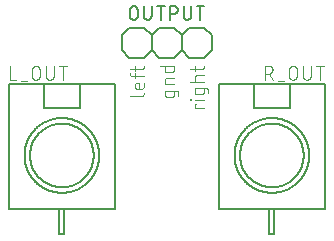
<source format=gto>
G04 EAGLE Gerber RS-274X export*
G75*
%MOMM*%
%FSLAX34Y34*%
%LPD*%
%INSilkscreen Top*%
%IPPOS*%
%AMOC8*
5,1,8,0,0,1.08239X$1,22.5*%
G01*
%ADD10C,0.101600*%
%ADD11C,0.152400*%
%ADD12C,0.127000*%


D10*
X108458Y139335D02*
X118195Y139335D01*
X118195Y139336D02*
X118282Y139338D01*
X118370Y139344D01*
X118456Y139354D01*
X118543Y139367D01*
X118628Y139385D01*
X118713Y139406D01*
X118797Y139431D01*
X118879Y139460D01*
X118960Y139493D01*
X119040Y139529D01*
X119118Y139568D01*
X119194Y139612D01*
X119268Y139658D01*
X119339Y139708D01*
X119409Y139761D01*
X119476Y139817D01*
X119540Y139876D01*
X119602Y139938D01*
X119661Y140002D01*
X119717Y140069D01*
X119770Y140139D01*
X119820Y140210D01*
X119866Y140284D01*
X119910Y140360D01*
X119949Y140438D01*
X119985Y140518D01*
X120018Y140599D01*
X120047Y140681D01*
X120072Y140765D01*
X120093Y140850D01*
X120111Y140935D01*
X120124Y141022D01*
X120134Y141108D01*
X120140Y141196D01*
X120142Y141283D01*
X120142Y147229D02*
X120142Y150475D01*
X120142Y147229D02*
X120140Y147142D01*
X120134Y147054D01*
X120124Y146968D01*
X120111Y146881D01*
X120093Y146796D01*
X120072Y146711D01*
X120047Y146627D01*
X120018Y146545D01*
X119985Y146464D01*
X119949Y146384D01*
X119910Y146306D01*
X119866Y146230D01*
X119820Y146156D01*
X119770Y146085D01*
X119717Y146015D01*
X119661Y145948D01*
X119602Y145884D01*
X119540Y145822D01*
X119476Y145763D01*
X119409Y145707D01*
X119339Y145654D01*
X119268Y145604D01*
X119194Y145558D01*
X119118Y145514D01*
X119040Y145475D01*
X118960Y145439D01*
X118879Y145406D01*
X118797Y145377D01*
X118713Y145352D01*
X118628Y145331D01*
X118543Y145313D01*
X118456Y145300D01*
X118370Y145290D01*
X118282Y145284D01*
X118195Y145282D01*
X114949Y145282D01*
X114848Y145284D01*
X114748Y145290D01*
X114648Y145300D01*
X114548Y145313D01*
X114449Y145331D01*
X114350Y145352D01*
X114253Y145377D01*
X114156Y145406D01*
X114061Y145439D01*
X113967Y145475D01*
X113875Y145515D01*
X113784Y145558D01*
X113695Y145605D01*
X113608Y145655D01*
X113522Y145709D01*
X113439Y145766D01*
X113359Y145826D01*
X113280Y145889D01*
X113204Y145956D01*
X113131Y146025D01*
X113061Y146097D01*
X112993Y146171D01*
X112928Y146248D01*
X112867Y146328D01*
X112808Y146410D01*
X112753Y146494D01*
X112701Y146580D01*
X112652Y146668D01*
X112607Y146758D01*
X112565Y146850D01*
X112527Y146943D01*
X112493Y147038D01*
X112462Y147133D01*
X112435Y147230D01*
X112412Y147328D01*
X112392Y147427D01*
X112377Y147527D01*
X112365Y147627D01*
X112357Y147727D01*
X112353Y147828D01*
X112353Y147928D01*
X112357Y148029D01*
X112365Y148129D01*
X112377Y148229D01*
X112392Y148329D01*
X112412Y148428D01*
X112435Y148526D01*
X112462Y148623D01*
X112493Y148718D01*
X112527Y148813D01*
X112565Y148906D01*
X112607Y148998D01*
X112652Y149088D01*
X112701Y149176D01*
X112753Y149262D01*
X112808Y149346D01*
X112867Y149428D01*
X112928Y149508D01*
X112993Y149585D01*
X113061Y149659D01*
X113131Y149731D01*
X113204Y149800D01*
X113280Y149867D01*
X113359Y149930D01*
X113439Y149990D01*
X113522Y150047D01*
X113608Y150101D01*
X113695Y150151D01*
X113784Y150198D01*
X113875Y150241D01*
X113967Y150281D01*
X114061Y150317D01*
X114156Y150350D01*
X114253Y150379D01*
X114350Y150404D01*
X114449Y150425D01*
X114548Y150443D01*
X114648Y150456D01*
X114748Y150466D01*
X114848Y150472D01*
X114949Y150474D01*
X114949Y150475D02*
X116247Y150475D01*
X116247Y145282D01*
X120142Y155814D02*
X110405Y155814D01*
X110405Y155815D02*
X110318Y155817D01*
X110230Y155823D01*
X110144Y155833D01*
X110057Y155846D01*
X109972Y155864D01*
X109887Y155885D01*
X109803Y155910D01*
X109721Y155939D01*
X109640Y155972D01*
X109560Y156008D01*
X109482Y156047D01*
X109406Y156091D01*
X109332Y156137D01*
X109261Y156187D01*
X109191Y156240D01*
X109124Y156296D01*
X109060Y156355D01*
X108998Y156416D01*
X108939Y156481D01*
X108883Y156548D01*
X108830Y156618D01*
X108780Y156689D01*
X108734Y156763D01*
X108691Y156839D01*
X108651Y156917D01*
X108615Y156997D01*
X108582Y157078D01*
X108553Y157160D01*
X108528Y157244D01*
X108507Y157329D01*
X108489Y157414D01*
X108476Y157501D01*
X108466Y157587D01*
X108460Y157675D01*
X108458Y157762D01*
X108458Y157761D02*
X108458Y158411D01*
X112353Y158411D02*
X112353Y154516D01*
X112353Y160697D02*
X112353Y164592D01*
X108458Y161996D02*
X118195Y161996D01*
X118282Y161998D01*
X118370Y162004D01*
X118456Y162014D01*
X118543Y162027D01*
X118628Y162045D01*
X118713Y162066D01*
X118797Y162091D01*
X118879Y162120D01*
X118960Y162153D01*
X119040Y162189D01*
X119118Y162228D01*
X119194Y162272D01*
X119268Y162318D01*
X119339Y162368D01*
X119409Y162421D01*
X119476Y162477D01*
X119540Y162536D01*
X119602Y162598D01*
X119661Y162662D01*
X119717Y162729D01*
X119770Y162799D01*
X119820Y162870D01*
X119866Y162944D01*
X119910Y163020D01*
X119949Y163098D01*
X119985Y163178D01*
X120018Y163259D01*
X120047Y163341D01*
X120072Y163425D01*
X120093Y163510D01*
X120111Y163595D01*
X120124Y163682D01*
X120134Y163768D01*
X120140Y163856D01*
X120142Y163943D01*
X120142Y164592D01*
X145542Y143637D02*
X145542Y140391D01*
X145540Y140304D01*
X145534Y140216D01*
X145524Y140130D01*
X145511Y140043D01*
X145493Y139958D01*
X145472Y139873D01*
X145447Y139789D01*
X145418Y139707D01*
X145385Y139626D01*
X145349Y139546D01*
X145310Y139468D01*
X145266Y139392D01*
X145220Y139318D01*
X145170Y139247D01*
X145117Y139177D01*
X145061Y139110D01*
X145002Y139046D01*
X144940Y138984D01*
X144876Y138925D01*
X144809Y138869D01*
X144739Y138816D01*
X144668Y138766D01*
X144594Y138720D01*
X144518Y138676D01*
X144440Y138637D01*
X144360Y138601D01*
X144279Y138568D01*
X144197Y138539D01*
X144113Y138514D01*
X144028Y138493D01*
X143943Y138475D01*
X143856Y138462D01*
X143770Y138452D01*
X143682Y138446D01*
X143595Y138444D01*
X139700Y138444D01*
X139613Y138446D01*
X139525Y138452D01*
X139439Y138462D01*
X139352Y138475D01*
X139267Y138493D01*
X139182Y138514D01*
X139098Y138539D01*
X139016Y138568D01*
X138935Y138601D01*
X138855Y138637D01*
X138777Y138676D01*
X138701Y138720D01*
X138627Y138766D01*
X138556Y138816D01*
X138486Y138869D01*
X138419Y138925D01*
X138355Y138984D01*
X138293Y139046D01*
X138234Y139110D01*
X138178Y139177D01*
X138125Y139247D01*
X138075Y139318D01*
X138029Y139392D01*
X137985Y139468D01*
X137946Y139546D01*
X137910Y139626D01*
X137877Y139707D01*
X137848Y139789D01*
X137823Y139873D01*
X137802Y139958D01*
X137784Y140043D01*
X137771Y140130D01*
X137761Y140216D01*
X137755Y140304D01*
X137753Y140391D01*
X137753Y143637D01*
X147489Y143637D01*
X147576Y143635D01*
X147664Y143629D01*
X147750Y143619D01*
X147837Y143606D01*
X147922Y143588D01*
X148007Y143567D01*
X148091Y143542D01*
X148173Y143513D01*
X148254Y143480D01*
X148334Y143444D01*
X148412Y143405D01*
X148488Y143361D01*
X148562Y143315D01*
X148633Y143265D01*
X148703Y143212D01*
X148770Y143156D01*
X148834Y143097D01*
X148896Y143035D01*
X148955Y142971D01*
X149011Y142904D01*
X149064Y142834D01*
X149114Y142763D01*
X149160Y142689D01*
X149204Y142613D01*
X149243Y142535D01*
X149279Y142455D01*
X149312Y142374D01*
X149341Y142292D01*
X149366Y142208D01*
X149387Y142123D01*
X149405Y142038D01*
X149418Y141951D01*
X149428Y141865D01*
X149434Y141777D01*
X149436Y141690D01*
X149437Y141690D02*
X149437Y139093D01*
X145542Y149171D02*
X137753Y149171D01*
X137753Y152417D01*
X137755Y152504D01*
X137761Y152592D01*
X137771Y152678D01*
X137784Y152765D01*
X137802Y152850D01*
X137823Y152935D01*
X137848Y153019D01*
X137877Y153101D01*
X137910Y153182D01*
X137946Y153262D01*
X137985Y153340D01*
X138029Y153416D01*
X138075Y153490D01*
X138125Y153561D01*
X138178Y153631D01*
X138234Y153698D01*
X138293Y153762D01*
X138354Y153824D01*
X138419Y153883D01*
X138486Y153939D01*
X138556Y153992D01*
X138627Y154042D01*
X138701Y154088D01*
X138777Y154132D01*
X138855Y154171D01*
X138935Y154207D01*
X139016Y154240D01*
X139098Y154269D01*
X139182Y154294D01*
X139267Y154315D01*
X139352Y154333D01*
X139439Y154346D01*
X139525Y154356D01*
X139613Y154362D01*
X139700Y154364D01*
X145542Y154364D01*
X145542Y164592D02*
X133858Y164592D01*
X145542Y164592D02*
X145542Y161346D01*
X145540Y161259D01*
X145534Y161171D01*
X145524Y161085D01*
X145511Y160998D01*
X145493Y160913D01*
X145472Y160828D01*
X145447Y160744D01*
X145418Y160662D01*
X145385Y160581D01*
X145349Y160501D01*
X145310Y160423D01*
X145266Y160347D01*
X145220Y160273D01*
X145170Y160202D01*
X145117Y160132D01*
X145061Y160065D01*
X145002Y160001D01*
X144940Y159939D01*
X144876Y159880D01*
X144809Y159824D01*
X144739Y159771D01*
X144668Y159721D01*
X144594Y159675D01*
X144518Y159631D01*
X144440Y159592D01*
X144360Y159556D01*
X144279Y159523D01*
X144197Y159494D01*
X144113Y159469D01*
X144028Y159448D01*
X143943Y159430D01*
X143856Y159417D01*
X143770Y159407D01*
X143682Y159401D01*
X143595Y159399D01*
X139700Y159399D01*
X139613Y159401D01*
X139525Y159407D01*
X139439Y159417D01*
X139352Y159430D01*
X139267Y159448D01*
X139182Y159469D01*
X139098Y159494D01*
X139016Y159523D01*
X138935Y159556D01*
X138855Y159592D01*
X138777Y159631D01*
X138701Y159675D01*
X138627Y159721D01*
X138556Y159771D01*
X138486Y159824D01*
X138419Y159880D01*
X138355Y159939D01*
X138293Y160001D01*
X138234Y160065D01*
X138178Y160132D01*
X138125Y160202D01*
X138075Y160273D01*
X138029Y160347D01*
X137985Y160423D01*
X137946Y160501D01*
X137910Y160581D01*
X137877Y160662D01*
X137848Y160744D01*
X137823Y160828D01*
X137802Y160913D01*
X137784Y160998D01*
X137771Y161085D01*
X137761Y161171D01*
X137755Y161259D01*
X137753Y161346D01*
X137753Y164592D01*
X163153Y128584D02*
X170942Y128584D01*
X163153Y128584D02*
X163153Y132479D01*
X164451Y132479D01*
X163153Y136067D02*
X170942Y136067D01*
X159907Y135743D02*
X159258Y135743D01*
X159258Y136392D01*
X159907Y136392D01*
X159907Y135743D01*
X170942Y142598D02*
X170942Y145844D01*
X170942Y142598D02*
X170940Y142511D01*
X170934Y142423D01*
X170924Y142337D01*
X170911Y142250D01*
X170893Y142165D01*
X170872Y142080D01*
X170847Y141996D01*
X170818Y141914D01*
X170785Y141833D01*
X170749Y141753D01*
X170710Y141675D01*
X170666Y141599D01*
X170620Y141525D01*
X170570Y141454D01*
X170517Y141384D01*
X170461Y141317D01*
X170402Y141253D01*
X170340Y141191D01*
X170276Y141132D01*
X170209Y141076D01*
X170139Y141023D01*
X170068Y140973D01*
X169994Y140927D01*
X169918Y140883D01*
X169840Y140844D01*
X169760Y140808D01*
X169679Y140775D01*
X169597Y140746D01*
X169513Y140721D01*
X169428Y140700D01*
X169343Y140682D01*
X169256Y140669D01*
X169170Y140659D01*
X169082Y140653D01*
X168995Y140651D01*
X165100Y140651D01*
X165013Y140653D01*
X164925Y140659D01*
X164839Y140669D01*
X164752Y140682D01*
X164667Y140700D01*
X164582Y140721D01*
X164498Y140746D01*
X164416Y140775D01*
X164335Y140808D01*
X164255Y140844D01*
X164177Y140883D01*
X164101Y140927D01*
X164027Y140973D01*
X163956Y141023D01*
X163886Y141076D01*
X163819Y141132D01*
X163755Y141191D01*
X163693Y141253D01*
X163634Y141317D01*
X163578Y141384D01*
X163525Y141454D01*
X163475Y141525D01*
X163429Y141599D01*
X163385Y141675D01*
X163346Y141753D01*
X163310Y141833D01*
X163277Y141914D01*
X163248Y141996D01*
X163223Y142080D01*
X163202Y142165D01*
X163184Y142250D01*
X163171Y142337D01*
X163161Y142423D01*
X163155Y142511D01*
X163153Y142598D01*
X163153Y145844D01*
X172889Y145844D01*
X172889Y145843D02*
X172976Y145841D01*
X173064Y145835D01*
X173150Y145825D01*
X173237Y145812D01*
X173322Y145794D01*
X173407Y145773D01*
X173491Y145748D01*
X173573Y145719D01*
X173654Y145686D01*
X173734Y145650D01*
X173812Y145611D01*
X173888Y145567D01*
X173962Y145521D01*
X174033Y145471D01*
X174103Y145418D01*
X174170Y145362D01*
X174234Y145303D01*
X174296Y145241D01*
X174355Y145177D01*
X174411Y145110D01*
X174464Y145040D01*
X174514Y144969D01*
X174560Y144895D01*
X174604Y144819D01*
X174643Y144741D01*
X174679Y144661D01*
X174712Y144580D01*
X174741Y144498D01*
X174766Y144414D01*
X174787Y144329D01*
X174805Y144244D01*
X174818Y144157D01*
X174828Y144071D01*
X174834Y143983D01*
X174836Y143896D01*
X174837Y143896D02*
X174837Y141300D01*
X170942Y151378D02*
X159258Y151378D01*
X163153Y151378D02*
X163153Y154623D01*
X163155Y154710D01*
X163161Y154798D01*
X163171Y154884D01*
X163184Y154971D01*
X163202Y155056D01*
X163223Y155141D01*
X163248Y155225D01*
X163277Y155307D01*
X163310Y155388D01*
X163346Y155468D01*
X163385Y155546D01*
X163429Y155622D01*
X163475Y155696D01*
X163525Y155767D01*
X163578Y155837D01*
X163634Y155904D01*
X163693Y155968D01*
X163754Y156030D01*
X163819Y156089D01*
X163886Y156145D01*
X163956Y156198D01*
X164027Y156248D01*
X164101Y156294D01*
X164177Y156338D01*
X164255Y156377D01*
X164335Y156413D01*
X164416Y156446D01*
X164498Y156475D01*
X164582Y156500D01*
X164667Y156521D01*
X164752Y156539D01*
X164839Y156552D01*
X164925Y156562D01*
X165013Y156568D01*
X165100Y156570D01*
X165100Y156571D02*
X170942Y156571D01*
X163153Y160697D02*
X163153Y164592D01*
X159258Y161996D02*
X168995Y161996D01*
X169082Y161998D01*
X169170Y162004D01*
X169256Y162014D01*
X169343Y162027D01*
X169428Y162045D01*
X169513Y162066D01*
X169597Y162091D01*
X169679Y162120D01*
X169760Y162153D01*
X169840Y162189D01*
X169918Y162228D01*
X169994Y162272D01*
X170068Y162318D01*
X170139Y162368D01*
X170209Y162421D01*
X170276Y162477D01*
X170340Y162536D01*
X170402Y162598D01*
X170461Y162662D01*
X170517Y162729D01*
X170570Y162799D01*
X170620Y162870D01*
X170666Y162944D01*
X170710Y163020D01*
X170749Y163098D01*
X170785Y163178D01*
X170818Y163259D01*
X170847Y163341D01*
X170872Y163425D01*
X170893Y163510D01*
X170911Y163595D01*
X170924Y163682D01*
X170934Y163768D01*
X170940Y163856D01*
X170942Y163943D01*
X170942Y164592D01*
D11*
X171450Y171450D02*
X158750Y171450D01*
X152400Y177800D01*
X152400Y190500D01*
X158750Y196850D01*
X152400Y177800D02*
X146050Y171450D01*
X133350Y171450D01*
X127000Y177800D01*
X127000Y190500D01*
X133350Y196850D01*
X146050Y196850D01*
X152400Y190500D01*
X177800Y190500D02*
X177800Y177800D01*
X171450Y171450D01*
X177800Y190500D02*
X171450Y196850D01*
X158750Y196850D01*
X127000Y177800D02*
X120650Y171450D01*
X107950Y171450D01*
X101600Y177800D01*
X101600Y190500D01*
X107950Y196850D01*
X120650Y196850D01*
X127000Y190500D01*
D12*
X108585Y207010D02*
X108585Y212090D01*
X108587Y212201D01*
X108593Y212311D01*
X108602Y212422D01*
X108616Y212532D01*
X108633Y212641D01*
X108654Y212750D01*
X108679Y212858D01*
X108708Y212965D01*
X108740Y213071D01*
X108776Y213176D01*
X108816Y213279D01*
X108859Y213381D01*
X108906Y213482D01*
X108957Y213581D01*
X109010Y213678D01*
X109067Y213772D01*
X109128Y213865D01*
X109191Y213956D01*
X109258Y214045D01*
X109328Y214131D01*
X109401Y214214D01*
X109476Y214296D01*
X109554Y214374D01*
X109636Y214449D01*
X109719Y214522D01*
X109805Y214592D01*
X109894Y214659D01*
X109985Y214722D01*
X110078Y214783D01*
X110173Y214840D01*
X110269Y214893D01*
X110368Y214944D01*
X110469Y214991D01*
X110571Y215034D01*
X110674Y215074D01*
X110779Y215110D01*
X110885Y215142D01*
X110992Y215171D01*
X111100Y215196D01*
X111209Y215217D01*
X111318Y215234D01*
X111428Y215248D01*
X111539Y215257D01*
X111649Y215263D01*
X111760Y215265D01*
X111871Y215263D01*
X111981Y215257D01*
X112092Y215248D01*
X112202Y215234D01*
X112311Y215217D01*
X112420Y215196D01*
X112528Y215171D01*
X112635Y215142D01*
X112741Y215110D01*
X112846Y215074D01*
X112949Y215034D01*
X113051Y214991D01*
X113152Y214944D01*
X113251Y214893D01*
X113348Y214840D01*
X113442Y214783D01*
X113535Y214722D01*
X113626Y214659D01*
X113715Y214592D01*
X113801Y214522D01*
X113884Y214449D01*
X113966Y214374D01*
X114044Y214296D01*
X114119Y214214D01*
X114192Y214131D01*
X114262Y214045D01*
X114329Y213956D01*
X114392Y213865D01*
X114453Y213772D01*
X114510Y213678D01*
X114563Y213581D01*
X114614Y213482D01*
X114661Y213381D01*
X114704Y213279D01*
X114744Y213176D01*
X114780Y213071D01*
X114812Y212965D01*
X114841Y212858D01*
X114866Y212750D01*
X114887Y212641D01*
X114904Y212532D01*
X114918Y212422D01*
X114927Y212311D01*
X114933Y212201D01*
X114935Y212090D01*
X114935Y207010D01*
X114933Y206899D01*
X114927Y206789D01*
X114918Y206678D01*
X114904Y206568D01*
X114887Y206459D01*
X114866Y206350D01*
X114841Y206242D01*
X114812Y206135D01*
X114780Y206029D01*
X114744Y205924D01*
X114704Y205821D01*
X114661Y205719D01*
X114614Y205618D01*
X114563Y205519D01*
X114510Y205422D01*
X114453Y205328D01*
X114392Y205235D01*
X114329Y205144D01*
X114262Y205055D01*
X114192Y204969D01*
X114119Y204886D01*
X114044Y204804D01*
X113966Y204726D01*
X113884Y204651D01*
X113801Y204578D01*
X113715Y204508D01*
X113626Y204441D01*
X113535Y204378D01*
X113442Y204317D01*
X113347Y204260D01*
X113251Y204207D01*
X113152Y204156D01*
X113051Y204109D01*
X112949Y204066D01*
X112846Y204026D01*
X112741Y203990D01*
X112635Y203958D01*
X112528Y203929D01*
X112420Y203904D01*
X112311Y203883D01*
X112202Y203866D01*
X112092Y203852D01*
X111981Y203843D01*
X111871Y203837D01*
X111760Y203835D01*
X111649Y203837D01*
X111539Y203843D01*
X111428Y203852D01*
X111318Y203866D01*
X111209Y203883D01*
X111100Y203904D01*
X110992Y203929D01*
X110885Y203958D01*
X110779Y203990D01*
X110674Y204026D01*
X110571Y204066D01*
X110469Y204109D01*
X110368Y204156D01*
X110269Y204207D01*
X110173Y204260D01*
X110078Y204317D01*
X109985Y204378D01*
X109894Y204441D01*
X109805Y204508D01*
X109719Y204578D01*
X109636Y204651D01*
X109554Y204726D01*
X109476Y204804D01*
X109401Y204886D01*
X109328Y204969D01*
X109258Y205055D01*
X109191Y205144D01*
X109128Y205235D01*
X109067Y205328D01*
X109010Y205423D01*
X108957Y205519D01*
X108906Y205618D01*
X108859Y205719D01*
X108816Y205821D01*
X108776Y205924D01*
X108740Y206029D01*
X108708Y206135D01*
X108679Y206242D01*
X108654Y206350D01*
X108633Y206459D01*
X108616Y206568D01*
X108602Y206678D01*
X108593Y206789D01*
X108587Y206899D01*
X108585Y207010D01*
X120396Y207010D02*
X120396Y215265D01*
X120396Y207010D02*
X120398Y206899D01*
X120404Y206789D01*
X120413Y206678D01*
X120427Y206568D01*
X120444Y206459D01*
X120465Y206350D01*
X120490Y206242D01*
X120519Y206135D01*
X120551Y206029D01*
X120587Y205924D01*
X120627Y205821D01*
X120670Y205719D01*
X120717Y205618D01*
X120768Y205519D01*
X120821Y205423D01*
X120878Y205328D01*
X120939Y205235D01*
X121002Y205144D01*
X121069Y205055D01*
X121139Y204969D01*
X121212Y204886D01*
X121287Y204804D01*
X121365Y204726D01*
X121447Y204651D01*
X121530Y204578D01*
X121616Y204508D01*
X121705Y204441D01*
X121796Y204378D01*
X121889Y204317D01*
X121984Y204260D01*
X122080Y204207D01*
X122179Y204156D01*
X122280Y204109D01*
X122382Y204066D01*
X122485Y204026D01*
X122590Y203990D01*
X122696Y203958D01*
X122803Y203929D01*
X122911Y203904D01*
X123020Y203883D01*
X123129Y203866D01*
X123239Y203852D01*
X123350Y203843D01*
X123460Y203837D01*
X123571Y203835D01*
X123682Y203837D01*
X123792Y203843D01*
X123903Y203852D01*
X124013Y203866D01*
X124122Y203883D01*
X124231Y203904D01*
X124339Y203929D01*
X124446Y203958D01*
X124552Y203990D01*
X124657Y204026D01*
X124760Y204066D01*
X124862Y204109D01*
X124963Y204156D01*
X125062Y204207D01*
X125158Y204260D01*
X125253Y204317D01*
X125346Y204378D01*
X125437Y204441D01*
X125526Y204508D01*
X125612Y204578D01*
X125695Y204651D01*
X125777Y204726D01*
X125855Y204804D01*
X125930Y204886D01*
X126003Y204969D01*
X126073Y205055D01*
X126140Y205144D01*
X126203Y205235D01*
X126264Y205328D01*
X126321Y205422D01*
X126374Y205519D01*
X126425Y205618D01*
X126472Y205719D01*
X126515Y205821D01*
X126555Y205924D01*
X126591Y206029D01*
X126623Y206135D01*
X126652Y206242D01*
X126677Y206350D01*
X126698Y206459D01*
X126715Y206568D01*
X126729Y206678D01*
X126738Y206789D01*
X126744Y206899D01*
X126746Y207010D01*
X126746Y215265D01*
X134620Y215265D02*
X134620Y203835D01*
X131445Y215265D02*
X137795Y215265D01*
X142685Y215265D02*
X142685Y203835D01*
X142685Y215265D02*
X145860Y215265D01*
X145971Y215263D01*
X146081Y215257D01*
X146192Y215248D01*
X146302Y215234D01*
X146411Y215217D01*
X146520Y215196D01*
X146628Y215171D01*
X146735Y215142D01*
X146841Y215110D01*
X146946Y215074D01*
X147049Y215034D01*
X147151Y214991D01*
X147252Y214944D01*
X147351Y214893D01*
X147448Y214840D01*
X147542Y214783D01*
X147635Y214722D01*
X147726Y214659D01*
X147815Y214592D01*
X147901Y214522D01*
X147984Y214449D01*
X148066Y214374D01*
X148144Y214296D01*
X148219Y214214D01*
X148292Y214131D01*
X148362Y214045D01*
X148429Y213956D01*
X148492Y213865D01*
X148553Y213772D01*
X148610Y213677D01*
X148663Y213581D01*
X148714Y213482D01*
X148761Y213381D01*
X148804Y213279D01*
X148844Y213176D01*
X148880Y213071D01*
X148912Y212965D01*
X148941Y212858D01*
X148966Y212750D01*
X148987Y212641D01*
X149004Y212532D01*
X149018Y212422D01*
X149027Y212311D01*
X149033Y212201D01*
X149035Y212090D01*
X149033Y211979D01*
X149027Y211869D01*
X149018Y211758D01*
X149004Y211648D01*
X148987Y211539D01*
X148966Y211430D01*
X148941Y211322D01*
X148912Y211215D01*
X148880Y211109D01*
X148844Y211004D01*
X148804Y210901D01*
X148761Y210799D01*
X148714Y210698D01*
X148663Y210599D01*
X148610Y210502D01*
X148553Y210408D01*
X148492Y210315D01*
X148429Y210224D01*
X148362Y210135D01*
X148292Y210049D01*
X148219Y209966D01*
X148144Y209884D01*
X148066Y209806D01*
X147984Y209731D01*
X147901Y209658D01*
X147815Y209588D01*
X147726Y209521D01*
X147635Y209458D01*
X147542Y209397D01*
X147447Y209340D01*
X147351Y209287D01*
X147252Y209236D01*
X147151Y209189D01*
X147049Y209146D01*
X146946Y209106D01*
X146841Y209070D01*
X146735Y209038D01*
X146628Y209009D01*
X146520Y208984D01*
X146411Y208963D01*
X146302Y208946D01*
X146192Y208932D01*
X146081Y208923D01*
X145971Y208917D01*
X145860Y208915D01*
X142685Y208915D01*
X153924Y207010D02*
X153924Y215265D01*
X153924Y207010D02*
X153926Y206899D01*
X153932Y206789D01*
X153941Y206678D01*
X153955Y206568D01*
X153972Y206459D01*
X153993Y206350D01*
X154018Y206242D01*
X154047Y206135D01*
X154079Y206029D01*
X154115Y205924D01*
X154155Y205821D01*
X154198Y205719D01*
X154245Y205618D01*
X154296Y205519D01*
X154349Y205423D01*
X154406Y205328D01*
X154467Y205235D01*
X154530Y205144D01*
X154597Y205055D01*
X154667Y204969D01*
X154740Y204886D01*
X154815Y204804D01*
X154893Y204726D01*
X154975Y204651D01*
X155058Y204578D01*
X155144Y204508D01*
X155233Y204441D01*
X155324Y204378D01*
X155417Y204317D01*
X155512Y204260D01*
X155608Y204207D01*
X155707Y204156D01*
X155808Y204109D01*
X155910Y204066D01*
X156013Y204026D01*
X156118Y203990D01*
X156224Y203958D01*
X156331Y203929D01*
X156439Y203904D01*
X156548Y203883D01*
X156657Y203866D01*
X156767Y203852D01*
X156878Y203843D01*
X156988Y203837D01*
X157099Y203835D01*
X157210Y203837D01*
X157320Y203843D01*
X157431Y203852D01*
X157541Y203866D01*
X157650Y203883D01*
X157759Y203904D01*
X157867Y203929D01*
X157974Y203958D01*
X158080Y203990D01*
X158185Y204026D01*
X158288Y204066D01*
X158390Y204109D01*
X158491Y204156D01*
X158590Y204207D01*
X158686Y204260D01*
X158781Y204317D01*
X158874Y204378D01*
X158965Y204441D01*
X159054Y204508D01*
X159140Y204578D01*
X159223Y204651D01*
X159305Y204726D01*
X159383Y204804D01*
X159458Y204886D01*
X159531Y204969D01*
X159601Y205055D01*
X159668Y205144D01*
X159731Y205235D01*
X159792Y205328D01*
X159849Y205422D01*
X159902Y205519D01*
X159953Y205618D01*
X160000Y205719D01*
X160043Y205821D01*
X160083Y205924D01*
X160119Y206029D01*
X160151Y206135D01*
X160180Y206242D01*
X160205Y206350D01*
X160226Y206459D01*
X160243Y206568D01*
X160257Y206678D01*
X160266Y206789D01*
X160272Y206899D01*
X160274Y207010D01*
X160274Y215265D01*
X168148Y215265D02*
X168148Y203835D01*
X164973Y215265D02*
X171323Y215265D01*
X35800Y148900D02*
X5800Y148900D01*
X35800Y148900D02*
X65800Y148900D01*
X95800Y148900D01*
X5800Y148900D02*
X5800Y43900D01*
X52800Y43900D01*
X95800Y43900D01*
X95800Y148900D01*
X19177Y88900D02*
X19187Y89676D01*
X19215Y90452D01*
X19263Y91226D01*
X19329Y92000D01*
X19415Y92771D01*
X19519Y93540D01*
X19643Y94306D01*
X19785Y95069D01*
X19945Y95829D01*
X20125Y96584D01*
X20323Y97334D01*
X20539Y98080D01*
X20773Y98820D01*
X21026Y99553D01*
X21296Y100281D01*
X21584Y101002D01*
X21890Y101715D01*
X22213Y102421D01*
X22554Y103118D01*
X22911Y103807D01*
X23285Y104487D01*
X23676Y105157D01*
X24083Y105818D01*
X24506Y106469D01*
X24946Y107109D01*
X25400Y107738D01*
X25870Y108355D01*
X26355Y108961D01*
X26855Y109555D01*
X27369Y110137D01*
X27897Y110705D01*
X28439Y111261D01*
X28995Y111803D01*
X29563Y112331D01*
X30145Y112845D01*
X30739Y113345D01*
X31345Y113830D01*
X31962Y114300D01*
X32591Y114754D01*
X33231Y115194D01*
X33882Y115617D01*
X34543Y116024D01*
X35213Y116415D01*
X35893Y116789D01*
X36582Y117146D01*
X37279Y117487D01*
X37985Y117810D01*
X38698Y118116D01*
X39419Y118404D01*
X40147Y118674D01*
X40880Y118927D01*
X41620Y119161D01*
X42366Y119377D01*
X43116Y119575D01*
X43871Y119755D01*
X44631Y119915D01*
X45394Y120057D01*
X46160Y120181D01*
X46929Y120285D01*
X47700Y120371D01*
X48474Y120437D01*
X49248Y120485D01*
X50024Y120513D01*
X50800Y120523D01*
X51576Y120513D01*
X52352Y120485D01*
X53126Y120437D01*
X53900Y120371D01*
X54671Y120285D01*
X55440Y120181D01*
X56206Y120057D01*
X56969Y119915D01*
X57729Y119755D01*
X58484Y119575D01*
X59234Y119377D01*
X59980Y119161D01*
X60720Y118927D01*
X61453Y118674D01*
X62181Y118404D01*
X62902Y118116D01*
X63615Y117810D01*
X64321Y117487D01*
X65018Y117146D01*
X65707Y116789D01*
X66387Y116415D01*
X67057Y116024D01*
X67718Y115617D01*
X68369Y115194D01*
X69009Y114754D01*
X69638Y114300D01*
X70255Y113830D01*
X70861Y113345D01*
X71455Y112845D01*
X72037Y112331D01*
X72605Y111803D01*
X73161Y111261D01*
X73703Y110705D01*
X74231Y110137D01*
X74745Y109555D01*
X75245Y108961D01*
X75730Y108355D01*
X76200Y107738D01*
X76654Y107109D01*
X77094Y106469D01*
X77517Y105818D01*
X77924Y105157D01*
X78315Y104487D01*
X78689Y103807D01*
X79046Y103118D01*
X79387Y102421D01*
X79710Y101715D01*
X80016Y101002D01*
X80304Y100281D01*
X80574Y99553D01*
X80827Y98820D01*
X81061Y98080D01*
X81277Y97334D01*
X81475Y96584D01*
X81655Y95829D01*
X81815Y95069D01*
X81957Y94306D01*
X82081Y93540D01*
X82185Y92771D01*
X82271Y92000D01*
X82337Y91226D01*
X82385Y90452D01*
X82413Y89676D01*
X82423Y88900D01*
X82413Y88124D01*
X82385Y87348D01*
X82337Y86574D01*
X82271Y85800D01*
X82185Y85029D01*
X82081Y84260D01*
X81957Y83494D01*
X81815Y82731D01*
X81655Y81971D01*
X81475Y81216D01*
X81277Y80466D01*
X81061Y79720D01*
X80827Y78980D01*
X80574Y78247D01*
X80304Y77519D01*
X80016Y76798D01*
X79710Y76085D01*
X79387Y75379D01*
X79046Y74682D01*
X78689Y73993D01*
X78315Y73313D01*
X77924Y72643D01*
X77517Y71982D01*
X77094Y71331D01*
X76654Y70691D01*
X76200Y70062D01*
X75730Y69445D01*
X75245Y68839D01*
X74745Y68245D01*
X74231Y67663D01*
X73703Y67095D01*
X73161Y66539D01*
X72605Y65997D01*
X72037Y65469D01*
X71455Y64955D01*
X70861Y64455D01*
X70255Y63970D01*
X69638Y63500D01*
X69009Y63046D01*
X68369Y62606D01*
X67718Y62183D01*
X67057Y61776D01*
X66387Y61385D01*
X65707Y61011D01*
X65018Y60654D01*
X64321Y60313D01*
X63615Y59990D01*
X62902Y59684D01*
X62181Y59396D01*
X61453Y59126D01*
X60720Y58873D01*
X59980Y58639D01*
X59234Y58423D01*
X58484Y58225D01*
X57729Y58045D01*
X56969Y57885D01*
X56206Y57743D01*
X55440Y57619D01*
X54671Y57515D01*
X53900Y57429D01*
X53126Y57363D01*
X52352Y57315D01*
X51576Y57287D01*
X50800Y57277D01*
X50024Y57287D01*
X49248Y57315D01*
X48474Y57363D01*
X47700Y57429D01*
X46929Y57515D01*
X46160Y57619D01*
X45394Y57743D01*
X44631Y57885D01*
X43871Y58045D01*
X43116Y58225D01*
X42366Y58423D01*
X41620Y58639D01*
X40880Y58873D01*
X40147Y59126D01*
X39419Y59396D01*
X38698Y59684D01*
X37985Y59990D01*
X37279Y60313D01*
X36582Y60654D01*
X35893Y61011D01*
X35213Y61385D01*
X34543Y61776D01*
X33882Y62183D01*
X33231Y62606D01*
X32591Y63046D01*
X31962Y63500D01*
X31345Y63970D01*
X30739Y64455D01*
X30145Y64955D01*
X29563Y65469D01*
X28995Y65997D01*
X28439Y66539D01*
X27897Y67095D01*
X27369Y67663D01*
X26855Y68245D01*
X26355Y68839D01*
X25870Y69445D01*
X25400Y70062D01*
X24946Y70691D01*
X24506Y71331D01*
X24083Y71982D01*
X23676Y72643D01*
X23285Y73313D01*
X22911Y73993D01*
X22554Y74682D01*
X22213Y75379D01*
X21890Y76085D01*
X21584Y76798D01*
X21296Y77519D01*
X21026Y78247D01*
X20773Y78980D01*
X20539Y79720D01*
X20323Y80466D01*
X20125Y81216D01*
X19945Y81971D01*
X19785Y82731D01*
X19643Y83494D01*
X19519Y84260D01*
X19415Y85029D01*
X19329Y85800D01*
X19263Y86574D01*
X19215Y87348D01*
X19187Y88124D01*
X19177Y88900D01*
X35800Y128900D02*
X35800Y148900D01*
X35800Y128900D02*
X65800Y128900D01*
X65800Y148900D01*
X23893Y88900D02*
X23901Y89560D01*
X23925Y90220D01*
X23966Y90879D01*
X24023Y91537D01*
X24095Y92194D01*
X24184Y92848D01*
X24289Y93500D01*
X24410Y94149D01*
X24547Y94795D01*
X24699Y95438D01*
X24868Y96076D01*
X25052Y96711D01*
X25251Y97340D01*
X25466Y97965D01*
X25696Y98584D01*
X25941Y99197D01*
X26201Y99804D01*
X26476Y100404D01*
X26766Y100998D01*
X27070Y101584D01*
X27389Y102162D01*
X27721Y102733D01*
X28068Y103295D01*
X28428Y103849D01*
X28801Y104393D01*
X29188Y104928D01*
X29588Y105454D01*
X30001Y105970D01*
X30426Y106475D01*
X30863Y106970D01*
X31313Y107453D01*
X31774Y107926D01*
X32247Y108387D01*
X32730Y108837D01*
X33225Y109274D01*
X33730Y109699D01*
X34246Y110112D01*
X34772Y110512D01*
X35307Y110899D01*
X35851Y111272D01*
X36405Y111632D01*
X36967Y111979D01*
X37538Y112311D01*
X38116Y112630D01*
X38702Y112934D01*
X39296Y113224D01*
X39896Y113499D01*
X40503Y113759D01*
X41116Y114004D01*
X41735Y114234D01*
X42360Y114449D01*
X42989Y114648D01*
X43624Y114832D01*
X44262Y115001D01*
X44905Y115153D01*
X45551Y115290D01*
X46200Y115411D01*
X46852Y115516D01*
X47506Y115605D01*
X48163Y115677D01*
X48821Y115734D01*
X49480Y115775D01*
X50140Y115799D01*
X50800Y115807D01*
X51460Y115799D01*
X52120Y115775D01*
X52779Y115734D01*
X53437Y115677D01*
X54094Y115605D01*
X54748Y115516D01*
X55400Y115411D01*
X56049Y115290D01*
X56695Y115153D01*
X57338Y115001D01*
X57976Y114832D01*
X58611Y114648D01*
X59240Y114449D01*
X59865Y114234D01*
X60484Y114004D01*
X61097Y113759D01*
X61704Y113499D01*
X62304Y113224D01*
X62898Y112934D01*
X63484Y112630D01*
X64062Y112311D01*
X64633Y111979D01*
X65195Y111632D01*
X65749Y111272D01*
X66293Y110899D01*
X66828Y110512D01*
X67354Y110112D01*
X67870Y109699D01*
X68375Y109274D01*
X68870Y108837D01*
X69353Y108387D01*
X69826Y107926D01*
X70287Y107453D01*
X70737Y106970D01*
X71174Y106475D01*
X71599Y105970D01*
X72012Y105454D01*
X72412Y104928D01*
X72799Y104393D01*
X73172Y103849D01*
X73532Y103295D01*
X73879Y102733D01*
X74211Y102162D01*
X74530Y101584D01*
X74834Y100998D01*
X75124Y100404D01*
X75399Y99804D01*
X75659Y99197D01*
X75904Y98584D01*
X76134Y97965D01*
X76349Y97340D01*
X76548Y96711D01*
X76732Y96076D01*
X76901Y95438D01*
X77053Y94795D01*
X77190Y94149D01*
X77311Y93500D01*
X77416Y92848D01*
X77505Y92194D01*
X77577Y91537D01*
X77634Y90879D01*
X77675Y90220D01*
X77699Y89560D01*
X77707Y88900D01*
X77699Y88240D01*
X77675Y87580D01*
X77634Y86921D01*
X77577Y86263D01*
X77505Y85606D01*
X77416Y84952D01*
X77311Y84300D01*
X77190Y83651D01*
X77053Y83005D01*
X76901Y82362D01*
X76732Y81724D01*
X76548Y81089D01*
X76349Y80460D01*
X76134Y79835D01*
X75904Y79216D01*
X75659Y78603D01*
X75399Y77996D01*
X75124Y77396D01*
X74834Y76802D01*
X74530Y76216D01*
X74211Y75638D01*
X73879Y75067D01*
X73532Y74505D01*
X73172Y73951D01*
X72799Y73407D01*
X72412Y72872D01*
X72012Y72346D01*
X71599Y71830D01*
X71174Y71325D01*
X70737Y70830D01*
X70287Y70347D01*
X69826Y69874D01*
X69353Y69413D01*
X68870Y68963D01*
X68375Y68526D01*
X67870Y68101D01*
X67354Y67688D01*
X66828Y67288D01*
X66293Y66901D01*
X65749Y66528D01*
X65195Y66168D01*
X64633Y65821D01*
X64062Y65489D01*
X63484Y65170D01*
X62898Y64866D01*
X62304Y64576D01*
X61704Y64301D01*
X61097Y64041D01*
X60484Y63796D01*
X59865Y63566D01*
X59240Y63351D01*
X58611Y63152D01*
X57976Y62968D01*
X57338Y62799D01*
X56695Y62647D01*
X56049Y62510D01*
X55400Y62389D01*
X54748Y62284D01*
X54094Y62195D01*
X53437Y62123D01*
X52779Y62066D01*
X52120Y62025D01*
X51460Y62001D01*
X50800Y61993D01*
X50140Y62001D01*
X49480Y62025D01*
X48821Y62066D01*
X48163Y62123D01*
X47506Y62195D01*
X46852Y62284D01*
X46200Y62389D01*
X45551Y62510D01*
X44905Y62647D01*
X44262Y62799D01*
X43624Y62968D01*
X42989Y63152D01*
X42360Y63351D01*
X41735Y63566D01*
X41116Y63796D01*
X40503Y64041D01*
X39896Y64301D01*
X39296Y64576D01*
X38702Y64866D01*
X38116Y65170D01*
X37538Y65489D01*
X36967Y65821D01*
X36405Y66168D01*
X35851Y66528D01*
X35307Y66901D01*
X34772Y67288D01*
X34246Y67688D01*
X33730Y68101D01*
X33225Y68526D01*
X32730Y68963D01*
X32247Y69413D01*
X31774Y69874D01*
X31313Y70347D01*
X30863Y70830D01*
X30426Y71325D01*
X30001Y71830D01*
X29588Y72346D01*
X29188Y72872D01*
X28801Y73407D01*
X28428Y73951D01*
X28068Y74505D01*
X27721Y75067D01*
X27389Y75638D01*
X27070Y76216D01*
X26766Y76802D01*
X26476Y77396D01*
X26201Y77996D01*
X25941Y78603D01*
X25696Y79216D01*
X25466Y79835D01*
X25251Y80460D01*
X25052Y81089D01*
X24868Y81724D01*
X24699Y82362D01*
X24547Y83005D01*
X24410Y83651D01*
X24289Y84300D01*
X24184Y84952D01*
X24095Y85606D01*
X24023Y86263D01*
X23966Y86921D01*
X23925Y87580D01*
X23901Y88240D01*
X23893Y88900D01*
X48800Y42900D02*
X48800Y21900D01*
X52800Y21900D01*
X52800Y43900D01*
D10*
X6858Y152908D02*
X6858Y164592D01*
X6858Y152908D02*
X12051Y152908D01*
X15867Y151610D02*
X21059Y151610D01*
X25504Y156154D02*
X25504Y161346D01*
X25506Y161459D01*
X25512Y161572D01*
X25522Y161685D01*
X25536Y161798D01*
X25553Y161910D01*
X25575Y162021D01*
X25600Y162131D01*
X25630Y162241D01*
X25663Y162349D01*
X25700Y162456D01*
X25740Y162562D01*
X25785Y162666D01*
X25833Y162769D01*
X25884Y162870D01*
X25939Y162969D01*
X25997Y163066D01*
X26059Y163161D01*
X26124Y163254D01*
X26192Y163344D01*
X26263Y163432D01*
X26338Y163518D01*
X26415Y163601D01*
X26495Y163681D01*
X26578Y163758D01*
X26664Y163833D01*
X26752Y163904D01*
X26842Y163972D01*
X26935Y164037D01*
X27030Y164099D01*
X27127Y164157D01*
X27226Y164212D01*
X27327Y164263D01*
X27430Y164311D01*
X27534Y164356D01*
X27640Y164396D01*
X27747Y164433D01*
X27855Y164466D01*
X27965Y164496D01*
X28075Y164521D01*
X28186Y164543D01*
X28298Y164560D01*
X28411Y164574D01*
X28524Y164584D01*
X28637Y164590D01*
X28750Y164592D01*
X28863Y164590D01*
X28976Y164584D01*
X29089Y164574D01*
X29202Y164560D01*
X29314Y164543D01*
X29425Y164521D01*
X29535Y164496D01*
X29645Y164466D01*
X29753Y164433D01*
X29860Y164396D01*
X29966Y164356D01*
X30070Y164311D01*
X30173Y164263D01*
X30274Y164212D01*
X30373Y164157D01*
X30470Y164099D01*
X30565Y164037D01*
X30658Y163972D01*
X30748Y163904D01*
X30836Y163833D01*
X30922Y163758D01*
X31005Y163681D01*
X31085Y163601D01*
X31162Y163518D01*
X31237Y163432D01*
X31308Y163344D01*
X31376Y163254D01*
X31441Y163161D01*
X31503Y163066D01*
X31561Y162969D01*
X31616Y162870D01*
X31667Y162769D01*
X31715Y162666D01*
X31760Y162562D01*
X31800Y162456D01*
X31837Y162349D01*
X31870Y162241D01*
X31900Y162131D01*
X31925Y162021D01*
X31947Y161910D01*
X31964Y161798D01*
X31978Y161685D01*
X31988Y161572D01*
X31994Y161459D01*
X31996Y161346D01*
X31996Y156154D01*
X31994Y156041D01*
X31988Y155928D01*
X31978Y155815D01*
X31964Y155702D01*
X31947Y155590D01*
X31925Y155479D01*
X31900Y155369D01*
X31870Y155259D01*
X31837Y155151D01*
X31800Y155044D01*
X31760Y154938D01*
X31715Y154834D01*
X31667Y154731D01*
X31616Y154630D01*
X31561Y154531D01*
X31503Y154434D01*
X31441Y154339D01*
X31376Y154246D01*
X31308Y154156D01*
X31237Y154068D01*
X31162Y153982D01*
X31085Y153899D01*
X31005Y153819D01*
X30922Y153742D01*
X30836Y153667D01*
X30748Y153596D01*
X30658Y153528D01*
X30565Y153463D01*
X30470Y153401D01*
X30373Y153343D01*
X30274Y153288D01*
X30173Y153237D01*
X30070Y153189D01*
X29966Y153144D01*
X29860Y153104D01*
X29753Y153067D01*
X29645Y153034D01*
X29535Y153004D01*
X29425Y152979D01*
X29314Y152957D01*
X29202Y152940D01*
X29089Y152926D01*
X28976Y152916D01*
X28863Y152910D01*
X28750Y152908D01*
X28637Y152910D01*
X28524Y152916D01*
X28411Y152926D01*
X28298Y152940D01*
X28186Y152957D01*
X28075Y152979D01*
X27965Y153004D01*
X27855Y153034D01*
X27747Y153067D01*
X27640Y153104D01*
X27534Y153144D01*
X27430Y153189D01*
X27327Y153237D01*
X27226Y153288D01*
X27127Y153343D01*
X27030Y153401D01*
X26935Y153463D01*
X26842Y153528D01*
X26752Y153596D01*
X26664Y153667D01*
X26578Y153742D01*
X26495Y153819D01*
X26415Y153899D01*
X26338Y153982D01*
X26263Y154068D01*
X26192Y154156D01*
X26124Y154246D01*
X26059Y154339D01*
X25997Y154434D01*
X25939Y154531D01*
X25884Y154630D01*
X25833Y154731D01*
X25785Y154834D01*
X25740Y154938D01*
X25700Y155044D01*
X25663Y155151D01*
X25630Y155259D01*
X25600Y155369D01*
X25575Y155479D01*
X25553Y155590D01*
X25536Y155702D01*
X25522Y155815D01*
X25512Y155928D01*
X25506Y156041D01*
X25504Y156154D01*
X37315Y156154D02*
X37315Y164592D01*
X37315Y156154D02*
X37317Y156041D01*
X37323Y155928D01*
X37333Y155815D01*
X37347Y155702D01*
X37364Y155590D01*
X37386Y155479D01*
X37411Y155369D01*
X37441Y155259D01*
X37474Y155151D01*
X37511Y155044D01*
X37551Y154938D01*
X37596Y154834D01*
X37644Y154731D01*
X37695Y154630D01*
X37750Y154531D01*
X37808Y154434D01*
X37870Y154339D01*
X37935Y154246D01*
X38003Y154156D01*
X38074Y154068D01*
X38149Y153982D01*
X38226Y153899D01*
X38306Y153819D01*
X38389Y153742D01*
X38475Y153667D01*
X38563Y153596D01*
X38653Y153528D01*
X38746Y153463D01*
X38841Y153401D01*
X38938Y153343D01*
X39037Y153288D01*
X39138Y153237D01*
X39241Y153189D01*
X39345Y153144D01*
X39451Y153104D01*
X39558Y153067D01*
X39666Y153034D01*
X39776Y153004D01*
X39886Y152979D01*
X39997Y152957D01*
X40109Y152940D01*
X40222Y152926D01*
X40335Y152916D01*
X40448Y152910D01*
X40561Y152908D01*
X40674Y152910D01*
X40787Y152916D01*
X40900Y152926D01*
X41013Y152940D01*
X41125Y152957D01*
X41236Y152979D01*
X41346Y153004D01*
X41456Y153034D01*
X41564Y153067D01*
X41671Y153104D01*
X41777Y153144D01*
X41881Y153189D01*
X41984Y153237D01*
X42085Y153288D01*
X42184Y153343D01*
X42281Y153401D01*
X42376Y153463D01*
X42469Y153528D01*
X42559Y153596D01*
X42647Y153667D01*
X42733Y153742D01*
X42816Y153819D01*
X42896Y153899D01*
X42973Y153982D01*
X43048Y154068D01*
X43119Y154156D01*
X43187Y154246D01*
X43252Y154339D01*
X43314Y154434D01*
X43372Y154531D01*
X43427Y154630D01*
X43478Y154731D01*
X43526Y154834D01*
X43571Y154938D01*
X43611Y155044D01*
X43648Y155151D01*
X43681Y155259D01*
X43711Y155369D01*
X43736Y155479D01*
X43758Y155590D01*
X43775Y155702D01*
X43789Y155815D01*
X43799Y155928D01*
X43805Y156041D01*
X43807Y156154D01*
X43806Y156154D02*
X43806Y164592D01*
X51610Y164592D02*
X51610Y152908D01*
X48364Y164592D02*
X54855Y164592D01*
D12*
X183600Y148900D02*
X213600Y148900D01*
X243600Y148900D01*
X273600Y148900D01*
X183600Y148900D02*
X183600Y43900D01*
X230600Y43900D01*
X273600Y43900D01*
X273600Y148900D01*
X196977Y88900D02*
X196987Y89676D01*
X197015Y90452D01*
X197063Y91226D01*
X197129Y92000D01*
X197215Y92771D01*
X197319Y93540D01*
X197443Y94306D01*
X197585Y95069D01*
X197745Y95829D01*
X197925Y96584D01*
X198123Y97334D01*
X198339Y98080D01*
X198573Y98820D01*
X198826Y99553D01*
X199096Y100281D01*
X199384Y101002D01*
X199690Y101715D01*
X200013Y102421D01*
X200354Y103118D01*
X200711Y103807D01*
X201085Y104487D01*
X201476Y105157D01*
X201883Y105818D01*
X202306Y106469D01*
X202746Y107109D01*
X203200Y107738D01*
X203670Y108355D01*
X204155Y108961D01*
X204655Y109555D01*
X205169Y110137D01*
X205697Y110705D01*
X206239Y111261D01*
X206795Y111803D01*
X207363Y112331D01*
X207945Y112845D01*
X208539Y113345D01*
X209145Y113830D01*
X209762Y114300D01*
X210391Y114754D01*
X211031Y115194D01*
X211682Y115617D01*
X212343Y116024D01*
X213013Y116415D01*
X213693Y116789D01*
X214382Y117146D01*
X215079Y117487D01*
X215785Y117810D01*
X216498Y118116D01*
X217219Y118404D01*
X217947Y118674D01*
X218680Y118927D01*
X219420Y119161D01*
X220166Y119377D01*
X220916Y119575D01*
X221671Y119755D01*
X222431Y119915D01*
X223194Y120057D01*
X223960Y120181D01*
X224729Y120285D01*
X225500Y120371D01*
X226274Y120437D01*
X227048Y120485D01*
X227824Y120513D01*
X228600Y120523D01*
X229376Y120513D01*
X230152Y120485D01*
X230926Y120437D01*
X231700Y120371D01*
X232471Y120285D01*
X233240Y120181D01*
X234006Y120057D01*
X234769Y119915D01*
X235529Y119755D01*
X236284Y119575D01*
X237034Y119377D01*
X237780Y119161D01*
X238520Y118927D01*
X239253Y118674D01*
X239981Y118404D01*
X240702Y118116D01*
X241415Y117810D01*
X242121Y117487D01*
X242818Y117146D01*
X243507Y116789D01*
X244187Y116415D01*
X244857Y116024D01*
X245518Y115617D01*
X246169Y115194D01*
X246809Y114754D01*
X247438Y114300D01*
X248055Y113830D01*
X248661Y113345D01*
X249255Y112845D01*
X249837Y112331D01*
X250405Y111803D01*
X250961Y111261D01*
X251503Y110705D01*
X252031Y110137D01*
X252545Y109555D01*
X253045Y108961D01*
X253530Y108355D01*
X254000Y107738D01*
X254454Y107109D01*
X254894Y106469D01*
X255317Y105818D01*
X255724Y105157D01*
X256115Y104487D01*
X256489Y103807D01*
X256846Y103118D01*
X257187Y102421D01*
X257510Y101715D01*
X257816Y101002D01*
X258104Y100281D01*
X258374Y99553D01*
X258627Y98820D01*
X258861Y98080D01*
X259077Y97334D01*
X259275Y96584D01*
X259455Y95829D01*
X259615Y95069D01*
X259757Y94306D01*
X259881Y93540D01*
X259985Y92771D01*
X260071Y92000D01*
X260137Y91226D01*
X260185Y90452D01*
X260213Y89676D01*
X260223Y88900D01*
X260213Y88124D01*
X260185Y87348D01*
X260137Y86574D01*
X260071Y85800D01*
X259985Y85029D01*
X259881Y84260D01*
X259757Y83494D01*
X259615Y82731D01*
X259455Y81971D01*
X259275Y81216D01*
X259077Y80466D01*
X258861Y79720D01*
X258627Y78980D01*
X258374Y78247D01*
X258104Y77519D01*
X257816Y76798D01*
X257510Y76085D01*
X257187Y75379D01*
X256846Y74682D01*
X256489Y73993D01*
X256115Y73313D01*
X255724Y72643D01*
X255317Y71982D01*
X254894Y71331D01*
X254454Y70691D01*
X254000Y70062D01*
X253530Y69445D01*
X253045Y68839D01*
X252545Y68245D01*
X252031Y67663D01*
X251503Y67095D01*
X250961Y66539D01*
X250405Y65997D01*
X249837Y65469D01*
X249255Y64955D01*
X248661Y64455D01*
X248055Y63970D01*
X247438Y63500D01*
X246809Y63046D01*
X246169Y62606D01*
X245518Y62183D01*
X244857Y61776D01*
X244187Y61385D01*
X243507Y61011D01*
X242818Y60654D01*
X242121Y60313D01*
X241415Y59990D01*
X240702Y59684D01*
X239981Y59396D01*
X239253Y59126D01*
X238520Y58873D01*
X237780Y58639D01*
X237034Y58423D01*
X236284Y58225D01*
X235529Y58045D01*
X234769Y57885D01*
X234006Y57743D01*
X233240Y57619D01*
X232471Y57515D01*
X231700Y57429D01*
X230926Y57363D01*
X230152Y57315D01*
X229376Y57287D01*
X228600Y57277D01*
X227824Y57287D01*
X227048Y57315D01*
X226274Y57363D01*
X225500Y57429D01*
X224729Y57515D01*
X223960Y57619D01*
X223194Y57743D01*
X222431Y57885D01*
X221671Y58045D01*
X220916Y58225D01*
X220166Y58423D01*
X219420Y58639D01*
X218680Y58873D01*
X217947Y59126D01*
X217219Y59396D01*
X216498Y59684D01*
X215785Y59990D01*
X215079Y60313D01*
X214382Y60654D01*
X213693Y61011D01*
X213013Y61385D01*
X212343Y61776D01*
X211682Y62183D01*
X211031Y62606D01*
X210391Y63046D01*
X209762Y63500D01*
X209145Y63970D01*
X208539Y64455D01*
X207945Y64955D01*
X207363Y65469D01*
X206795Y65997D01*
X206239Y66539D01*
X205697Y67095D01*
X205169Y67663D01*
X204655Y68245D01*
X204155Y68839D01*
X203670Y69445D01*
X203200Y70062D01*
X202746Y70691D01*
X202306Y71331D01*
X201883Y71982D01*
X201476Y72643D01*
X201085Y73313D01*
X200711Y73993D01*
X200354Y74682D01*
X200013Y75379D01*
X199690Y76085D01*
X199384Y76798D01*
X199096Y77519D01*
X198826Y78247D01*
X198573Y78980D01*
X198339Y79720D01*
X198123Y80466D01*
X197925Y81216D01*
X197745Y81971D01*
X197585Y82731D01*
X197443Y83494D01*
X197319Y84260D01*
X197215Y85029D01*
X197129Y85800D01*
X197063Y86574D01*
X197015Y87348D01*
X196987Y88124D01*
X196977Y88900D01*
X213600Y128900D02*
X213600Y148900D01*
X213600Y128900D02*
X243600Y128900D01*
X243600Y148900D01*
X201693Y88900D02*
X201701Y89560D01*
X201725Y90220D01*
X201766Y90879D01*
X201823Y91537D01*
X201895Y92194D01*
X201984Y92848D01*
X202089Y93500D01*
X202210Y94149D01*
X202347Y94795D01*
X202499Y95438D01*
X202668Y96076D01*
X202852Y96711D01*
X203051Y97340D01*
X203266Y97965D01*
X203496Y98584D01*
X203741Y99197D01*
X204001Y99804D01*
X204276Y100404D01*
X204566Y100998D01*
X204870Y101584D01*
X205189Y102162D01*
X205521Y102733D01*
X205868Y103295D01*
X206228Y103849D01*
X206601Y104393D01*
X206988Y104928D01*
X207388Y105454D01*
X207801Y105970D01*
X208226Y106475D01*
X208663Y106970D01*
X209113Y107453D01*
X209574Y107926D01*
X210047Y108387D01*
X210530Y108837D01*
X211025Y109274D01*
X211530Y109699D01*
X212046Y110112D01*
X212572Y110512D01*
X213107Y110899D01*
X213651Y111272D01*
X214205Y111632D01*
X214767Y111979D01*
X215338Y112311D01*
X215916Y112630D01*
X216502Y112934D01*
X217096Y113224D01*
X217696Y113499D01*
X218303Y113759D01*
X218916Y114004D01*
X219535Y114234D01*
X220160Y114449D01*
X220789Y114648D01*
X221424Y114832D01*
X222062Y115001D01*
X222705Y115153D01*
X223351Y115290D01*
X224000Y115411D01*
X224652Y115516D01*
X225306Y115605D01*
X225963Y115677D01*
X226621Y115734D01*
X227280Y115775D01*
X227940Y115799D01*
X228600Y115807D01*
X229260Y115799D01*
X229920Y115775D01*
X230579Y115734D01*
X231237Y115677D01*
X231894Y115605D01*
X232548Y115516D01*
X233200Y115411D01*
X233849Y115290D01*
X234495Y115153D01*
X235138Y115001D01*
X235776Y114832D01*
X236411Y114648D01*
X237040Y114449D01*
X237665Y114234D01*
X238284Y114004D01*
X238897Y113759D01*
X239504Y113499D01*
X240104Y113224D01*
X240698Y112934D01*
X241284Y112630D01*
X241862Y112311D01*
X242433Y111979D01*
X242995Y111632D01*
X243549Y111272D01*
X244093Y110899D01*
X244628Y110512D01*
X245154Y110112D01*
X245670Y109699D01*
X246175Y109274D01*
X246670Y108837D01*
X247153Y108387D01*
X247626Y107926D01*
X248087Y107453D01*
X248537Y106970D01*
X248974Y106475D01*
X249399Y105970D01*
X249812Y105454D01*
X250212Y104928D01*
X250599Y104393D01*
X250972Y103849D01*
X251332Y103295D01*
X251679Y102733D01*
X252011Y102162D01*
X252330Y101584D01*
X252634Y100998D01*
X252924Y100404D01*
X253199Y99804D01*
X253459Y99197D01*
X253704Y98584D01*
X253934Y97965D01*
X254149Y97340D01*
X254348Y96711D01*
X254532Y96076D01*
X254701Y95438D01*
X254853Y94795D01*
X254990Y94149D01*
X255111Y93500D01*
X255216Y92848D01*
X255305Y92194D01*
X255377Y91537D01*
X255434Y90879D01*
X255475Y90220D01*
X255499Y89560D01*
X255507Y88900D01*
X255499Y88240D01*
X255475Y87580D01*
X255434Y86921D01*
X255377Y86263D01*
X255305Y85606D01*
X255216Y84952D01*
X255111Y84300D01*
X254990Y83651D01*
X254853Y83005D01*
X254701Y82362D01*
X254532Y81724D01*
X254348Y81089D01*
X254149Y80460D01*
X253934Y79835D01*
X253704Y79216D01*
X253459Y78603D01*
X253199Y77996D01*
X252924Y77396D01*
X252634Y76802D01*
X252330Y76216D01*
X252011Y75638D01*
X251679Y75067D01*
X251332Y74505D01*
X250972Y73951D01*
X250599Y73407D01*
X250212Y72872D01*
X249812Y72346D01*
X249399Y71830D01*
X248974Y71325D01*
X248537Y70830D01*
X248087Y70347D01*
X247626Y69874D01*
X247153Y69413D01*
X246670Y68963D01*
X246175Y68526D01*
X245670Y68101D01*
X245154Y67688D01*
X244628Y67288D01*
X244093Y66901D01*
X243549Y66528D01*
X242995Y66168D01*
X242433Y65821D01*
X241862Y65489D01*
X241284Y65170D01*
X240698Y64866D01*
X240104Y64576D01*
X239504Y64301D01*
X238897Y64041D01*
X238284Y63796D01*
X237665Y63566D01*
X237040Y63351D01*
X236411Y63152D01*
X235776Y62968D01*
X235138Y62799D01*
X234495Y62647D01*
X233849Y62510D01*
X233200Y62389D01*
X232548Y62284D01*
X231894Y62195D01*
X231237Y62123D01*
X230579Y62066D01*
X229920Y62025D01*
X229260Y62001D01*
X228600Y61993D01*
X227940Y62001D01*
X227280Y62025D01*
X226621Y62066D01*
X225963Y62123D01*
X225306Y62195D01*
X224652Y62284D01*
X224000Y62389D01*
X223351Y62510D01*
X222705Y62647D01*
X222062Y62799D01*
X221424Y62968D01*
X220789Y63152D01*
X220160Y63351D01*
X219535Y63566D01*
X218916Y63796D01*
X218303Y64041D01*
X217696Y64301D01*
X217096Y64576D01*
X216502Y64866D01*
X215916Y65170D01*
X215338Y65489D01*
X214767Y65821D01*
X214205Y66168D01*
X213651Y66528D01*
X213107Y66901D01*
X212572Y67288D01*
X212046Y67688D01*
X211530Y68101D01*
X211025Y68526D01*
X210530Y68963D01*
X210047Y69413D01*
X209574Y69874D01*
X209113Y70347D01*
X208663Y70830D01*
X208226Y71325D01*
X207801Y71830D01*
X207388Y72346D01*
X206988Y72872D01*
X206601Y73407D01*
X206228Y73951D01*
X205868Y74505D01*
X205521Y75067D01*
X205189Y75638D01*
X204870Y76216D01*
X204566Y76802D01*
X204276Y77396D01*
X204001Y77996D01*
X203741Y78603D01*
X203496Y79216D01*
X203266Y79835D01*
X203051Y80460D01*
X202852Y81089D01*
X202668Y81724D01*
X202499Y82362D01*
X202347Y83005D01*
X202210Y83651D01*
X202089Y84300D01*
X201984Y84952D01*
X201895Y85606D01*
X201823Y86263D01*
X201766Y86921D01*
X201725Y87580D01*
X201701Y88240D01*
X201693Y88900D01*
X226600Y42900D02*
X226600Y21900D01*
X230600Y21900D01*
X230600Y43900D01*
D10*
X222691Y152908D02*
X222691Y164592D01*
X225936Y164592D01*
X226049Y164590D01*
X226162Y164584D01*
X226275Y164574D01*
X226388Y164560D01*
X226500Y164543D01*
X226611Y164521D01*
X226721Y164496D01*
X226831Y164466D01*
X226939Y164433D01*
X227046Y164396D01*
X227152Y164356D01*
X227256Y164311D01*
X227359Y164263D01*
X227460Y164212D01*
X227559Y164157D01*
X227656Y164099D01*
X227751Y164037D01*
X227844Y163972D01*
X227934Y163904D01*
X228022Y163833D01*
X228108Y163758D01*
X228191Y163681D01*
X228271Y163601D01*
X228348Y163518D01*
X228423Y163432D01*
X228494Y163344D01*
X228562Y163254D01*
X228627Y163161D01*
X228689Y163066D01*
X228747Y162969D01*
X228802Y162870D01*
X228853Y162769D01*
X228901Y162666D01*
X228946Y162562D01*
X228986Y162456D01*
X229023Y162349D01*
X229056Y162241D01*
X229086Y162131D01*
X229111Y162021D01*
X229133Y161910D01*
X229150Y161798D01*
X229164Y161685D01*
X229174Y161572D01*
X229180Y161459D01*
X229182Y161346D01*
X229180Y161233D01*
X229174Y161120D01*
X229164Y161007D01*
X229150Y160894D01*
X229133Y160782D01*
X229111Y160671D01*
X229086Y160561D01*
X229056Y160451D01*
X229023Y160343D01*
X228986Y160236D01*
X228946Y160130D01*
X228901Y160026D01*
X228853Y159923D01*
X228802Y159822D01*
X228747Y159723D01*
X228689Y159626D01*
X228627Y159531D01*
X228562Y159438D01*
X228494Y159348D01*
X228423Y159260D01*
X228348Y159174D01*
X228271Y159091D01*
X228191Y159011D01*
X228108Y158934D01*
X228022Y158859D01*
X227934Y158788D01*
X227844Y158720D01*
X227751Y158655D01*
X227656Y158593D01*
X227559Y158535D01*
X227460Y158480D01*
X227359Y158429D01*
X227256Y158381D01*
X227152Y158336D01*
X227046Y158296D01*
X226939Y158259D01*
X226831Y158226D01*
X226721Y158196D01*
X226611Y158171D01*
X226500Y158149D01*
X226388Y158132D01*
X226275Y158118D01*
X226162Y158108D01*
X226049Y158102D01*
X225936Y158100D01*
X225936Y158101D02*
X222691Y158101D01*
X226585Y158101D02*
X229182Y152908D01*
X233553Y151610D02*
X238746Y151610D01*
X243191Y156154D02*
X243191Y161346D01*
X243193Y161459D01*
X243199Y161572D01*
X243209Y161685D01*
X243223Y161798D01*
X243240Y161910D01*
X243262Y162021D01*
X243287Y162131D01*
X243317Y162241D01*
X243350Y162349D01*
X243387Y162456D01*
X243427Y162562D01*
X243472Y162666D01*
X243520Y162769D01*
X243571Y162870D01*
X243626Y162969D01*
X243684Y163066D01*
X243746Y163161D01*
X243811Y163254D01*
X243879Y163344D01*
X243950Y163432D01*
X244025Y163518D01*
X244102Y163601D01*
X244182Y163681D01*
X244265Y163758D01*
X244351Y163833D01*
X244439Y163904D01*
X244529Y163972D01*
X244622Y164037D01*
X244717Y164099D01*
X244814Y164157D01*
X244913Y164212D01*
X245014Y164263D01*
X245117Y164311D01*
X245221Y164356D01*
X245327Y164396D01*
X245434Y164433D01*
X245542Y164466D01*
X245652Y164496D01*
X245762Y164521D01*
X245873Y164543D01*
X245985Y164560D01*
X246098Y164574D01*
X246211Y164584D01*
X246324Y164590D01*
X246437Y164592D01*
X246550Y164590D01*
X246663Y164584D01*
X246776Y164574D01*
X246889Y164560D01*
X247001Y164543D01*
X247112Y164521D01*
X247222Y164496D01*
X247332Y164466D01*
X247440Y164433D01*
X247547Y164396D01*
X247653Y164356D01*
X247757Y164311D01*
X247860Y164263D01*
X247961Y164212D01*
X248060Y164157D01*
X248157Y164099D01*
X248252Y164037D01*
X248345Y163972D01*
X248435Y163904D01*
X248523Y163833D01*
X248609Y163758D01*
X248692Y163681D01*
X248772Y163601D01*
X248849Y163518D01*
X248924Y163432D01*
X248995Y163344D01*
X249063Y163254D01*
X249128Y163161D01*
X249190Y163066D01*
X249248Y162969D01*
X249303Y162870D01*
X249354Y162769D01*
X249402Y162666D01*
X249447Y162562D01*
X249487Y162456D01*
X249524Y162349D01*
X249557Y162241D01*
X249587Y162131D01*
X249612Y162021D01*
X249634Y161910D01*
X249651Y161798D01*
X249665Y161685D01*
X249675Y161572D01*
X249681Y161459D01*
X249683Y161346D01*
X249682Y161346D02*
X249682Y156154D01*
X249683Y156154D02*
X249681Y156041D01*
X249675Y155928D01*
X249665Y155815D01*
X249651Y155702D01*
X249634Y155590D01*
X249612Y155479D01*
X249587Y155369D01*
X249557Y155259D01*
X249524Y155151D01*
X249487Y155044D01*
X249447Y154938D01*
X249402Y154834D01*
X249354Y154731D01*
X249303Y154630D01*
X249248Y154531D01*
X249190Y154434D01*
X249128Y154339D01*
X249063Y154246D01*
X248995Y154156D01*
X248924Y154068D01*
X248849Y153982D01*
X248772Y153899D01*
X248692Y153819D01*
X248609Y153742D01*
X248523Y153667D01*
X248435Y153596D01*
X248345Y153528D01*
X248252Y153463D01*
X248157Y153401D01*
X248060Y153343D01*
X247961Y153288D01*
X247860Y153237D01*
X247757Y153189D01*
X247653Y153144D01*
X247547Y153104D01*
X247440Y153067D01*
X247332Y153034D01*
X247222Y153004D01*
X247112Y152979D01*
X247001Y152957D01*
X246889Y152940D01*
X246776Y152926D01*
X246663Y152916D01*
X246550Y152910D01*
X246437Y152908D01*
X246324Y152910D01*
X246211Y152916D01*
X246098Y152926D01*
X245985Y152940D01*
X245873Y152957D01*
X245762Y152979D01*
X245652Y153004D01*
X245542Y153034D01*
X245434Y153067D01*
X245327Y153104D01*
X245221Y153144D01*
X245117Y153189D01*
X245014Y153237D01*
X244913Y153288D01*
X244814Y153343D01*
X244717Y153401D01*
X244622Y153463D01*
X244529Y153528D01*
X244439Y153596D01*
X244351Y153667D01*
X244265Y153742D01*
X244182Y153819D01*
X244102Y153899D01*
X244025Y153982D01*
X243950Y154068D01*
X243879Y154156D01*
X243811Y154246D01*
X243746Y154339D01*
X243684Y154434D01*
X243626Y154531D01*
X243571Y154630D01*
X243520Y154731D01*
X243472Y154834D01*
X243427Y154938D01*
X243387Y155044D01*
X243350Y155151D01*
X243317Y155259D01*
X243287Y155369D01*
X243262Y155479D01*
X243240Y155590D01*
X243223Y155702D01*
X243209Y155815D01*
X243199Y155928D01*
X243193Y156041D01*
X243191Y156154D01*
X255002Y156154D02*
X255002Y164592D01*
X255001Y156154D02*
X255003Y156041D01*
X255009Y155928D01*
X255019Y155815D01*
X255033Y155702D01*
X255050Y155590D01*
X255072Y155479D01*
X255097Y155369D01*
X255127Y155259D01*
X255160Y155151D01*
X255197Y155044D01*
X255237Y154938D01*
X255282Y154834D01*
X255330Y154731D01*
X255381Y154630D01*
X255436Y154531D01*
X255494Y154434D01*
X255556Y154339D01*
X255621Y154246D01*
X255689Y154156D01*
X255760Y154068D01*
X255835Y153982D01*
X255912Y153899D01*
X255992Y153819D01*
X256075Y153742D01*
X256161Y153667D01*
X256249Y153596D01*
X256339Y153528D01*
X256432Y153463D01*
X256527Y153401D01*
X256624Y153343D01*
X256723Y153288D01*
X256824Y153237D01*
X256927Y153189D01*
X257031Y153144D01*
X257137Y153104D01*
X257244Y153067D01*
X257352Y153034D01*
X257462Y153004D01*
X257572Y152979D01*
X257683Y152957D01*
X257795Y152940D01*
X257908Y152926D01*
X258021Y152916D01*
X258134Y152910D01*
X258247Y152908D01*
X258360Y152910D01*
X258473Y152916D01*
X258586Y152926D01*
X258699Y152940D01*
X258811Y152957D01*
X258922Y152979D01*
X259032Y153004D01*
X259142Y153034D01*
X259250Y153067D01*
X259357Y153104D01*
X259463Y153144D01*
X259567Y153189D01*
X259670Y153237D01*
X259771Y153288D01*
X259870Y153343D01*
X259967Y153401D01*
X260062Y153463D01*
X260155Y153528D01*
X260245Y153596D01*
X260333Y153667D01*
X260419Y153742D01*
X260502Y153819D01*
X260582Y153899D01*
X260659Y153982D01*
X260734Y154068D01*
X260805Y154156D01*
X260873Y154246D01*
X260938Y154339D01*
X261000Y154434D01*
X261058Y154531D01*
X261113Y154630D01*
X261164Y154731D01*
X261212Y154834D01*
X261257Y154938D01*
X261297Y155044D01*
X261334Y155151D01*
X261367Y155259D01*
X261397Y155369D01*
X261422Y155479D01*
X261444Y155590D01*
X261461Y155702D01*
X261475Y155815D01*
X261485Y155928D01*
X261491Y156041D01*
X261493Y156154D01*
X261493Y164592D01*
X269296Y164592D02*
X269296Y152908D01*
X266051Y164592D02*
X272542Y164592D01*
M02*

</source>
